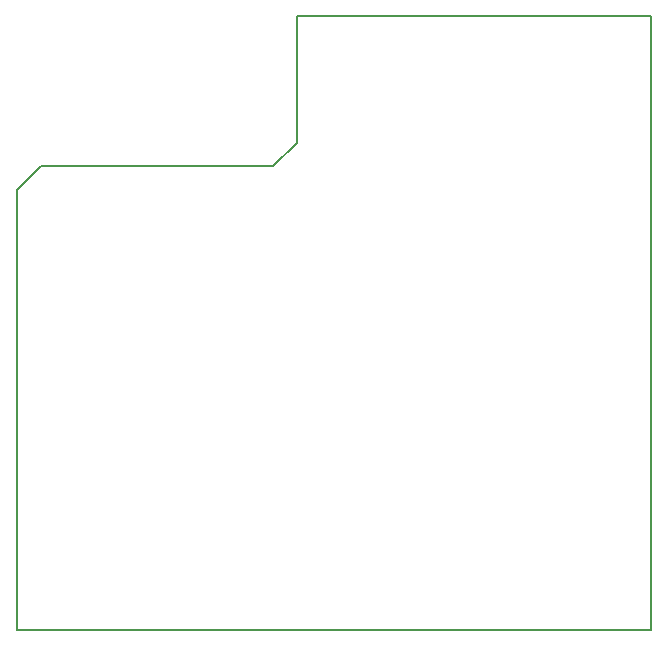
<source format=gko>
G04*
G04 #@! TF.GenerationSoftware,Altium Limited,Altium Designer,23.7.1 (13)*
G04*
G04 Layer_Color=16711935*
%FSLAX25Y25*%
%MOIN*%
G70*
G04*
G04 #@! TF.SameCoordinates,B06C9E69-D03D-43D7-B58E-4E52A57A25FB*
G04*
G04*
G04 #@! TF.FilePolarity,Positive*
G04*
G01*
G75*
%ADD13C,0.00787*%
D13*
X48031Y137008D02*
X55905Y144882D01*
X-29528Y137008D02*
X48031D01*
X-37402Y129134D02*
X-29528Y137008D01*
X-37402Y-17618D02*
X-37402Y129134D01*
Y-17717D02*
X174016D01*
X55905Y144882D02*
X55905Y187008D01*
X174016D01*
X174016Y-17618D02*
X174016Y187008D01*
M02*

</source>
